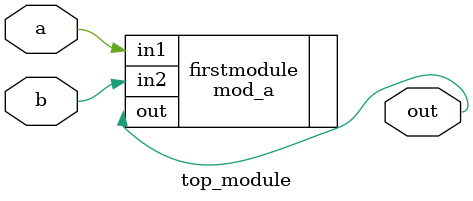
<source format=v>
/*
 *  The .name() is the port or socket of the module and what's inside the brackets is plugged in.
 *  Just think of a jack and a socket: .socket(jack)
 */
module top_module ( input a, input b, output out );

    mod_a firstmodule ( .out(out), .in1(a), .in2(b) );
    
endmodule

</source>
